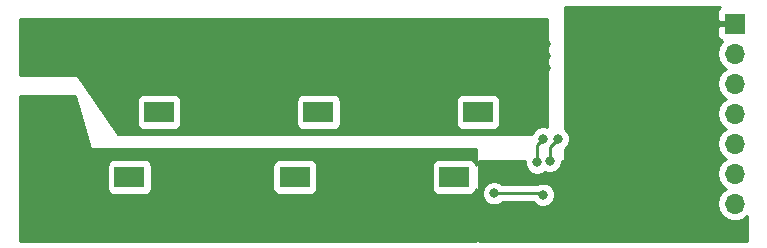
<source format=gbr>
G04 #@! TF.GenerationSoftware,KiCad,Pcbnew,(5.0.1)-3*
G04 #@! TF.CreationDate,2020-02-13T16:16:06-05:00*
G04 #@! TF.ProjectId,ESC_V1,4553435F56312E6B696361645F706362,rev?*
G04 #@! TF.SameCoordinates,Original*
G04 #@! TF.FileFunction,Copper,L2,Bot,Signal*
G04 #@! TF.FilePolarity,Positive*
%FSLAX46Y46*%
G04 Gerber Fmt 4.6, Leading zero omitted, Abs format (unit mm)*
G04 Created by KiCad (PCBNEW (5.0.1)-3) date 2/13/2020 4:16:06 PM*
%MOMM*%
%LPD*%
G01*
G04 APERTURE LIST*
G04 #@! TA.AperFunction,SMDPad,CuDef*
%ADD10R,2.500000X1.800000*%
G04 #@! TD*
G04 #@! TA.AperFunction,SMDPad,CuDef*
%ADD11R,4.000000X4.000000*%
G04 #@! TD*
G04 #@! TA.AperFunction,ComponentPad*
%ADD12R,1.700000X1.700000*%
G04 #@! TD*
G04 #@! TA.AperFunction,ComponentPad*
%ADD13O,1.700000X1.700000*%
G04 #@! TD*
G04 #@! TA.AperFunction,ViaPad*
%ADD14C,0.800000*%
G04 #@! TD*
G04 #@! TA.AperFunction,Conductor*
%ADD15C,0.250000*%
G04 #@! TD*
G04 #@! TA.AperFunction,Conductor*
%ADD16C,0.254000*%
G04 #@! TD*
G04 APERTURE END LIST*
D10*
G04 #@! TO.P,D1,1*
G04 #@! TO.N,VCC*
X152000000Y-58500000D03*
G04 #@! TO.P,D1,2*
G04 #@! TO.N,MOTOR1*
X148000000Y-58500000D03*
G04 #@! TD*
G04 #@! TO.P,D2,2*
G04 #@! TO.N,GND*
X142000000Y-64000000D03*
G04 #@! TO.P,D2,1*
G04 #@! TO.N,MOTOR1*
X146000000Y-64000000D03*
G04 #@! TD*
G04 #@! TO.P,D3,1*
G04 #@! TO.N,VCC*
X165500000Y-58500000D03*
G04 #@! TO.P,D3,2*
G04 #@! TO.N,MOTOR2*
X161500000Y-58500000D03*
G04 #@! TD*
G04 #@! TO.P,D4,2*
G04 #@! TO.N,GND*
X155500000Y-64000000D03*
G04 #@! TO.P,D4,1*
G04 #@! TO.N,MOTOR2*
X159500000Y-64000000D03*
G04 #@! TD*
G04 #@! TO.P,D5,1*
G04 #@! TO.N,VCC*
X138500000Y-58500000D03*
G04 #@! TO.P,D5,2*
G04 #@! TO.N,MOTOR3*
X134500000Y-58500000D03*
G04 #@! TD*
G04 #@! TO.P,D6,2*
G04 #@! TO.N,GND*
X128000000Y-64000000D03*
G04 #@! TO.P,D6,1*
G04 #@! TO.N,MOTOR3*
X132000000Y-64000000D03*
G04 #@! TD*
D11*
G04 #@! TO.P,J5,1*
G04 #@! TO.N,VCC*
X125000000Y-53000000D03*
G04 #@! TD*
G04 #@! TO.P,J6,1*
G04 #@! TO.N,GND*
X125000000Y-59500000D03*
G04 #@! TD*
D12*
G04 #@! TO.P,J1,1*
G04 #@! TO.N,GND*
X183250000Y-51000000D03*
D13*
G04 #@! TO.P,J1,2*
G04 #@! TO.N,Net-(J1-Pad2)*
X183250000Y-53540000D03*
G04 #@! TO.P,J1,3*
G04 #@! TO.N,Net-(J1-Pad3)*
X183250000Y-56080000D03*
G04 #@! TO.P,J1,4*
G04 #@! TO.N,Net-(J1-Pad4)*
X183250000Y-58620000D03*
G04 #@! TO.P,J1,5*
G04 #@! TO.N,Net-(J1-Pad5)*
X183250000Y-61160000D03*
G04 #@! TO.P,J1,6*
G04 #@! TO.N,Net-(J1-Pad6)*
X183250000Y-63700000D03*
G04 #@! TO.P,J1,7*
G04 #@! TO.N,Net-(J1-Pad7)*
X183250000Y-66240000D03*
G04 #@! TD*
D14*
G04 #@! TO.N,VCC*
X166250000Y-54750000D03*
X165250000Y-54750000D03*
X166250000Y-52750000D03*
X167250000Y-53750000D03*
X167250000Y-54750000D03*
X165250000Y-52750000D03*
X167250000Y-52750000D03*
X166250000Y-53750000D03*
X165250000Y-53750000D03*
X152750000Y-54750000D03*
X151750000Y-54750000D03*
X152750000Y-52750000D03*
X153750000Y-53750000D03*
X153750000Y-54750000D03*
X151750000Y-52750000D03*
X153750000Y-52750000D03*
X152750000Y-53750000D03*
X151750000Y-53750000D03*
X139250000Y-54750000D03*
X138250000Y-54750000D03*
X138250000Y-53750000D03*
X139250000Y-53750000D03*
X139250000Y-52750000D03*
X138250000Y-52750000D03*
X140250000Y-52750000D03*
X140250000Y-53750000D03*
X140250000Y-54750000D03*
G04 #@! TO.N,OUT1*
X162862347Y-65362347D03*
X167000000Y-65500000D03*
G04 #@! TO.N,GND*
X125750000Y-65750000D03*
X124750000Y-65750000D03*
X124750000Y-66750000D03*
X126750000Y-64750000D03*
X124750000Y-64750000D03*
X126750000Y-66750000D03*
X126750000Y-65750000D03*
X126750000Y-67750000D03*
X125750000Y-66750000D03*
X125750000Y-64750000D03*
X125750000Y-67750000D03*
X124750000Y-67750000D03*
X139750000Y-65750000D03*
X138750000Y-65750000D03*
X138750000Y-66750000D03*
X140750000Y-64750000D03*
X138750000Y-64750000D03*
X140750000Y-66750000D03*
X140750000Y-65750000D03*
X140750000Y-67750000D03*
X139750000Y-66750000D03*
X139750000Y-64750000D03*
X139750000Y-67750000D03*
X138750000Y-67750000D03*
X154250000Y-67750000D03*
X153250000Y-67750000D03*
X154250000Y-64750000D03*
X154250000Y-65750000D03*
X154250000Y-66750000D03*
X153250000Y-66750000D03*
X153250000Y-65750000D03*
X153250000Y-64750000D03*
X152250000Y-64750000D03*
X152250000Y-65750000D03*
X152250000Y-66750000D03*
X152250000Y-67750000D03*
X177750000Y-54250000D03*
G04 #@! TO.N,MOTOR1*
X146500000Y-64250000D03*
X145500000Y-64250000D03*
X148500000Y-58500000D03*
X147500000Y-58500000D03*
G04 #@! TO.N,MOTOR2*
X160250000Y-64250000D03*
X159250000Y-64250000D03*
X162000000Y-58500000D03*
X161000000Y-58500000D03*
G04 #@! TO.N,MOTOR3*
X132750000Y-64250000D03*
X131500000Y-64250000D03*
X135000000Y-58500000D03*
X133750000Y-58500000D03*
G04 #@! TO.N,OUT4*
X168250000Y-60750000D03*
X167589793Y-62634902D03*
G04 #@! TO.N,OUT5*
X166500000Y-62750000D03*
X167012653Y-60737347D03*
G04 #@! TD*
D15*
G04 #@! TO.N,OUT1*
X162862347Y-65362347D02*
X166862347Y-65362347D01*
X166862347Y-65362347D02*
X167000000Y-65500000D01*
G04 #@! TO.N,OUT4*
X167589793Y-61410207D02*
X168250000Y-60750000D01*
X167589793Y-62634902D02*
X167589793Y-61410207D01*
G04 #@! TO.N,OUT5*
X166500000Y-62750000D02*
X166500000Y-61250000D01*
X166500000Y-61250000D02*
X167012653Y-60737347D01*
G04 #@! TD*
D16*
G04 #@! TO.N,GND*
G36*
X128627633Y-61533991D02*
X128649956Y-61578231D01*
X128687509Y-61610561D01*
X128750000Y-61627000D01*
X161373000Y-61627000D01*
X161373000Y-62977131D01*
X161348157Y-62852235D01*
X161207809Y-62642191D01*
X160997765Y-62501843D01*
X160750000Y-62452560D01*
X158250000Y-62452560D01*
X158002235Y-62501843D01*
X157792191Y-62642191D01*
X157651843Y-62852235D01*
X157602560Y-63100000D01*
X157602560Y-64900000D01*
X157651843Y-65147765D01*
X157792191Y-65357809D01*
X158002235Y-65498157D01*
X158250000Y-65547440D01*
X160750000Y-65547440D01*
X160997765Y-65498157D01*
X161207809Y-65357809D01*
X161348157Y-65147765D01*
X161373000Y-65022869D01*
X161373000Y-69373000D01*
X122710000Y-69373000D01*
X122710000Y-63100000D01*
X130102560Y-63100000D01*
X130102560Y-64900000D01*
X130151843Y-65147765D01*
X130292191Y-65357809D01*
X130502235Y-65498157D01*
X130750000Y-65547440D01*
X133250000Y-65547440D01*
X133497765Y-65498157D01*
X133707809Y-65357809D01*
X133848157Y-65147765D01*
X133897440Y-64900000D01*
X133897440Y-63100000D01*
X144102560Y-63100000D01*
X144102560Y-64900000D01*
X144151843Y-65147765D01*
X144292191Y-65357809D01*
X144502235Y-65498157D01*
X144750000Y-65547440D01*
X147250000Y-65547440D01*
X147497765Y-65498157D01*
X147707809Y-65357809D01*
X147848157Y-65147765D01*
X147897440Y-64900000D01*
X147897440Y-63100000D01*
X147848157Y-62852235D01*
X147707809Y-62642191D01*
X147497765Y-62501843D01*
X147250000Y-62452560D01*
X144750000Y-62452560D01*
X144502235Y-62501843D01*
X144292191Y-62642191D01*
X144151843Y-62852235D01*
X144102560Y-63100000D01*
X133897440Y-63100000D01*
X133848157Y-62852235D01*
X133707809Y-62642191D01*
X133497765Y-62501843D01*
X133250000Y-62452560D01*
X130750000Y-62452560D01*
X130502235Y-62501843D01*
X130292191Y-62642191D01*
X130151843Y-62852235D01*
X130102560Y-63100000D01*
X122710000Y-63100000D01*
X122710000Y-57127000D01*
X127403469Y-57127000D01*
X128627633Y-61533991D01*
X128627633Y-61533991D01*
G37*
X128627633Y-61533991D02*
X128649956Y-61578231D01*
X128687509Y-61610561D01*
X128750000Y-61627000D01*
X161373000Y-61627000D01*
X161373000Y-62977131D01*
X161348157Y-62852235D01*
X161207809Y-62642191D01*
X160997765Y-62501843D01*
X160750000Y-62452560D01*
X158250000Y-62452560D01*
X158002235Y-62501843D01*
X157792191Y-62642191D01*
X157651843Y-62852235D01*
X157602560Y-63100000D01*
X157602560Y-64900000D01*
X157651843Y-65147765D01*
X157792191Y-65357809D01*
X158002235Y-65498157D01*
X158250000Y-65547440D01*
X160750000Y-65547440D01*
X160997765Y-65498157D01*
X161207809Y-65357809D01*
X161348157Y-65147765D01*
X161373000Y-65022869D01*
X161373000Y-69373000D01*
X122710000Y-69373000D01*
X122710000Y-63100000D01*
X130102560Y-63100000D01*
X130102560Y-64900000D01*
X130151843Y-65147765D01*
X130292191Y-65357809D01*
X130502235Y-65498157D01*
X130750000Y-65547440D01*
X133250000Y-65547440D01*
X133497765Y-65498157D01*
X133707809Y-65357809D01*
X133848157Y-65147765D01*
X133897440Y-64900000D01*
X133897440Y-63100000D01*
X144102560Y-63100000D01*
X144102560Y-64900000D01*
X144151843Y-65147765D01*
X144292191Y-65357809D01*
X144502235Y-65498157D01*
X144750000Y-65547440D01*
X147250000Y-65547440D01*
X147497765Y-65498157D01*
X147707809Y-65357809D01*
X147848157Y-65147765D01*
X147897440Y-64900000D01*
X147897440Y-63100000D01*
X147848157Y-62852235D01*
X147707809Y-62642191D01*
X147497765Y-62501843D01*
X147250000Y-62452560D01*
X144750000Y-62452560D01*
X144502235Y-62501843D01*
X144292191Y-62642191D01*
X144151843Y-62852235D01*
X144102560Y-63100000D01*
X133897440Y-63100000D01*
X133848157Y-62852235D01*
X133707809Y-62642191D01*
X133497765Y-62501843D01*
X133250000Y-62452560D01*
X130750000Y-62452560D01*
X130502235Y-62501843D01*
X130292191Y-62642191D01*
X130151843Y-62852235D01*
X130102560Y-63100000D01*
X122710000Y-63100000D01*
X122710000Y-57127000D01*
X127403469Y-57127000D01*
X128627633Y-61533991D01*
G04 #@! TO.N,VCC*
G36*
X167373000Y-59766332D02*
X167218527Y-59702347D01*
X166806779Y-59702347D01*
X166426373Y-59859916D01*
X166135222Y-60151067D01*
X166043295Y-60373000D01*
X131066123Y-60373000D01*
X129125023Y-57600000D01*
X132602560Y-57600000D01*
X132602560Y-59400000D01*
X132651843Y-59647765D01*
X132792191Y-59857809D01*
X133002235Y-59998157D01*
X133250000Y-60047440D01*
X135750000Y-60047440D01*
X135997765Y-59998157D01*
X136207809Y-59857809D01*
X136348157Y-59647765D01*
X136397440Y-59400000D01*
X136397440Y-57600000D01*
X146102560Y-57600000D01*
X146102560Y-59400000D01*
X146151843Y-59647765D01*
X146292191Y-59857809D01*
X146502235Y-59998157D01*
X146750000Y-60047440D01*
X149250000Y-60047440D01*
X149497765Y-59998157D01*
X149707809Y-59857809D01*
X149848157Y-59647765D01*
X149897440Y-59400000D01*
X149897440Y-57600000D01*
X159602560Y-57600000D01*
X159602560Y-59400000D01*
X159651843Y-59647765D01*
X159792191Y-59857809D01*
X160002235Y-59998157D01*
X160250000Y-60047440D01*
X162750000Y-60047440D01*
X162997765Y-59998157D01*
X163207809Y-59857809D01*
X163348157Y-59647765D01*
X163397440Y-59400000D01*
X163397440Y-57600000D01*
X163348157Y-57352235D01*
X163207809Y-57142191D01*
X162997765Y-57001843D01*
X162750000Y-56952560D01*
X160250000Y-56952560D01*
X160002235Y-57001843D01*
X159792191Y-57142191D01*
X159651843Y-57352235D01*
X159602560Y-57600000D01*
X149897440Y-57600000D01*
X149848157Y-57352235D01*
X149707809Y-57142191D01*
X149497765Y-57001843D01*
X149250000Y-56952560D01*
X146750000Y-56952560D01*
X146502235Y-57001843D01*
X146292191Y-57142191D01*
X146151843Y-57352235D01*
X146102560Y-57600000D01*
X136397440Y-57600000D01*
X136348157Y-57352235D01*
X136207809Y-57142191D01*
X135997765Y-57001843D01*
X135750000Y-56952560D01*
X133250000Y-56952560D01*
X133002235Y-57001843D01*
X132792191Y-57142191D01*
X132651843Y-57352235D01*
X132602560Y-57600000D01*
X129125023Y-57600000D01*
X127604042Y-55427170D01*
X127568252Y-55392899D01*
X127500000Y-55373000D01*
X122710000Y-55373000D01*
X122710000Y-50627000D01*
X167373000Y-50627000D01*
X167373000Y-59766332D01*
X167373000Y-59766332D01*
G37*
X167373000Y-59766332D02*
X167218527Y-59702347D01*
X166806779Y-59702347D01*
X166426373Y-59859916D01*
X166135222Y-60151067D01*
X166043295Y-60373000D01*
X131066123Y-60373000D01*
X129125023Y-57600000D01*
X132602560Y-57600000D01*
X132602560Y-59400000D01*
X132651843Y-59647765D01*
X132792191Y-59857809D01*
X133002235Y-59998157D01*
X133250000Y-60047440D01*
X135750000Y-60047440D01*
X135997765Y-59998157D01*
X136207809Y-59857809D01*
X136348157Y-59647765D01*
X136397440Y-59400000D01*
X136397440Y-57600000D01*
X146102560Y-57600000D01*
X146102560Y-59400000D01*
X146151843Y-59647765D01*
X146292191Y-59857809D01*
X146502235Y-59998157D01*
X146750000Y-60047440D01*
X149250000Y-60047440D01*
X149497765Y-59998157D01*
X149707809Y-59857809D01*
X149848157Y-59647765D01*
X149897440Y-59400000D01*
X149897440Y-57600000D01*
X159602560Y-57600000D01*
X159602560Y-59400000D01*
X159651843Y-59647765D01*
X159792191Y-59857809D01*
X160002235Y-59998157D01*
X160250000Y-60047440D01*
X162750000Y-60047440D01*
X162997765Y-59998157D01*
X163207809Y-59857809D01*
X163348157Y-59647765D01*
X163397440Y-59400000D01*
X163397440Y-57600000D01*
X163348157Y-57352235D01*
X163207809Y-57142191D01*
X162997765Y-57001843D01*
X162750000Y-56952560D01*
X160250000Y-56952560D01*
X160002235Y-57001843D01*
X159792191Y-57142191D01*
X159651843Y-57352235D01*
X159602560Y-57600000D01*
X149897440Y-57600000D01*
X149848157Y-57352235D01*
X149707809Y-57142191D01*
X149497765Y-57001843D01*
X149250000Y-56952560D01*
X146750000Y-56952560D01*
X146502235Y-57001843D01*
X146292191Y-57142191D01*
X146151843Y-57352235D01*
X146102560Y-57600000D01*
X136397440Y-57600000D01*
X136348157Y-57352235D01*
X136207809Y-57142191D01*
X135997765Y-57001843D01*
X135750000Y-56952560D01*
X133250000Y-56952560D01*
X133002235Y-57001843D01*
X132792191Y-57142191D01*
X132651843Y-57352235D01*
X132602560Y-57600000D01*
X129125023Y-57600000D01*
X127604042Y-55427170D01*
X127568252Y-55392899D01*
X127500000Y-55373000D01*
X122710000Y-55373000D01*
X122710000Y-50627000D01*
X167373000Y-50627000D01*
X167373000Y-59766332D01*
G04 #@! TO.N,GND*
G36*
X181861673Y-49790301D02*
X181765000Y-50023690D01*
X181765000Y-50714250D01*
X181923750Y-50873000D01*
X183123000Y-50873000D01*
X183123000Y-50853000D01*
X183377000Y-50853000D01*
X183377000Y-50873000D01*
X183397000Y-50873000D01*
X183397000Y-51127000D01*
X183377000Y-51127000D01*
X183377000Y-51147000D01*
X183123000Y-51147000D01*
X183123000Y-51127000D01*
X181923750Y-51127000D01*
X181765000Y-51285750D01*
X181765000Y-51976310D01*
X181861673Y-52209699D01*
X182040302Y-52388327D01*
X182201033Y-52454904D01*
X182179375Y-52469375D01*
X181851161Y-52960582D01*
X181735908Y-53540000D01*
X181851161Y-54119418D01*
X182179375Y-54610625D01*
X182477761Y-54810000D01*
X182179375Y-55009375D01*
X181851161Y-55500582D01*
X181735908Y-56080000D01*
X181851161Y-56659418D01*
X182179375Y-57150625D01*
X182477761Y-57350000D01*
X182179375Y-57549375D01*
X181851161Y-58040582D01*
X181735908Y-58620000D01*
X181851161Y-59199418D01*
X182179375Y-59690625D01*
X182477761Y-59890000D01*
X182179375Y-60089375D01*
X181851161Y-60580582D01*
X181735908Y-61160000D01*
X181851161Y-61739418D01*
X182179375Y-62230625D01*
X182477761Y-62430000D01*
X182179375Y-62629375D01*
X181851161Y-63120582D01*
X181735908Y-63700000D01*
X181851161Y-64279418D01*
X182179375Y-64770625D01*
X182477761Y-64970000D01*
X182179375Y-65169375D01*
X181851161Y-65660582D01*
X181735908Y-66240000D01*
X181851161Y-66819418D01*
X182179375Y-67310625D01*
X182670582Y-67638839D01*
X183103744Y-67725000D01*
X183396256Y-67725000D01*
X183829418Y-67638839D01*
X184290001Y-67331087D01*
X184290001Y-69373000D01*
X161627000Y-69373000D01*
X161627000Y-65156473D01*
X161827347Y-65156473D01*
X161827347Y-65568221D01*
X161984916Y-65948627D01*
X162276067Y-66239778D01*
X162656473Y-66397347D01*
X163068221Y-66397347D01*
X163448627Y-66239778D01*
X163566058Y-66122347D01*
X166158636Y-66122347D01*
X166413720Y-66377431D01*
X166794126Y-66535000D01*
X167205874Y-66535000D01*
X167586280Y-66377431D01*
X167877431Y-66086280D01*
X168035000Y-65705874D01*
X168035000Y-65294126D01*
X167877431Y-64913720D01*
X167586280Y-64622569D01*
X167205874Y-64465000D01*
X166794126Y-64465000D01*
X166462540Y-64602347D01*
X163566058Y-64602347D01*
X163448627Y-64484916D01*
X163068221Y-64327347D01*
X162656473Y-64327347D01*
X162276067Y-64484916D01*
X161984916Y-64776067D01*
X161827347Y-65156473D01*
X161627000Y-65156473D01*
X161627000Y-62627000D01*
X165465000Y-62627000D01*
X165465000Y-62955874D01*
X165622569Y-63336280D01*
X165913720Y-63627431D01*
X166294126Y-63785000D01*
X166705874Y-63785000D01*
X167086280Y-63627431D01*
X167143425Y-63570286D01*
X167383919Y-63669902D01*
X167795667Y-63669902D01*
X168176073Y-63512333D01*
X168467224Y-63221182D01*
X168624793Y-62840776D01*
X168624793Y-62627000D01*
X168750000Y-62627000D01*
X168798601Y-62617333D01*
X168839803Y-62589803D01*
X168867333Y-62548601D01*
X168877000Y-62500000D01*
X168877000Y-61586711D01*
X169127431Y-61336280D01*
X169285000Y-60955874D01*
X169285000Y-60544126D01*
X169127431Y-60163720D01*
X168877000Y-59913289D01*
X168877000Y-49627000D01*
X182024975Y-49627000D01*
X181861673Y-49790301D01*
X181861673Y-49790301D01*
G37*
X181861673Y-49790301D02*
X181765000Y-50023690D01*
X181765000Y-50714250D01*
X181923750Y-50873000D01*
X183123000Y-50873000D01*
X183123000Y-50853000D01*
X183377000Y-50853000D01*
X183377000Y-50873000D01*
X183397000Y-50873000D01*
X183397000Y-51127000D01*
X183377000Y-51127000D01*
X183377000Y-51147000D01*
X183123000Y-51147000D01*
X183123000Y-51127000D01*
X181923750Y-51127000D01*
X181765000Y-51285750D01*
X181765000Y-51976310D01*
X181861673Y-52209699D01*
X182040302Y-52388327D01*
X182201033Y-52454904D01*
X182179375Y-52469375D01*
X181851161Y-52960582D01*
X181735908Y-53540000D01*
X181851161Y-54119418D01*
X182179375Y-54610625D01*
X182477761Y-54810000D01*
X182179375Y-55009375D01*
X181851161Y-55500582D01*
X181735908Y-56080000D01*
X181851161Y-56659418D01*
X182179375Y-57150625D01*
X182477761Y-57350000D01*
X182179375Y-57549375D01*
X181851161Y-58040582D01*
X181735908Y-58620000D01*
X181851161Y-59199418D01*
X182179375Y-59690625D01*
X182477761Y-59890000D01*
X182179375Y-60089375D01*
X181851161Y-60580582D01*
X181735908Y-61160000D01*
X181851161Y-61739418D01*
X182179375Y-62230625D01*
X182477761Y-62430000D01*
X182179375Y-62629375D01*
X181851161Y-63120582D01*
X181735908Y-63700000D01*
X181851161Y-64279418D01*
X182179375Y-64770625D01*
X182477761Y-64970000D01*
X182179375Y-65169375D01*
X181851161Y-65660582D01*
X181735908Y-66240000D01*
X181851161Y-66819418D01*
X182179375Y-67310625D01*
X182670582Y-67638839D01*
X183103744Y-67725000D01*
X183396256Y-67725000D01*
X183829418Y-67638839D01*
X184290001Y-67331087D01*
X184290001Y-69373000D01*
X161627000Y-69373000D01*
X161627000Y-65156473D01*
X161827347Y-65156473D01*
X161827347Y-65568221D01*
X161984916Y-65948627D01*
X162276067Y-66239778D01*
X162656473Y-66397347D01*
X163068221Y-66397347D01*
X163448627Y-66239778D01*
X163566058Y-66122347D01*
X166158636Y-66122347D01*
X166413720Y-66377431D01*
X166794126Y-66535000D01*
X167205874Y-66535000D01*
X167586280Y-66377431D01*
X167877431Y-66086280D01*
X168035000Y-65705874D01*
X168035000Y-65294126D01*
X167877431Y-64913720D01*
X167586280Y-64622569D01*
X167205874Y-64465000D01*
X166794126Y-64465000D01*
X166462540Y-64602347D01*
X163566058Y-64602347D01*
X163448627Y-64484916D01*
X163068221Y-64327347D01*
X162656473Y-64327347D01*
X162276067Y-64484916D01*
X161984916Y-64776067D01*
X161827347Y-65156473D01*
X161627000Y-65156473D01*
X161627000Y-62627000D01*
X165465000Y-62627000D01*
X165465000Y-62955874D01*
X165622569Y-63336280D01*
X165913720Y-63627431D01*
X166294126Y-63785000D01*
X166705874Y-63785000D01*
X167086280Y-63627431D01*
X167143425Y-63570286D01*
X167383919Y-63669902D01*
X167795667Y-63669902D01*
X168176073Y-63512333D01*
X168467224Y-63221182D01*
X168624793Y-62840776D01*
X168624793Y-62627000D01*
X168750000Y-62627000D01*
X168798601Y-62617333D01*
X168839803Y-62589803D01*
X168867333Y-62548601D01*
X168877000Y-62500000D01*
X168877000Y-61586711D01*
X169127431Y-61336280D01*
X169285000Y-60955874D01*
X169285000Y-60544126D01*
X169127431Y-60163720D01*
X168877000Y-59913289D01*
X168877000Y-49627000D01*
X182024975Y-49627000D01*
X181861673Y-49790301D01*
G04 #@! TD*
M02*

</source>
